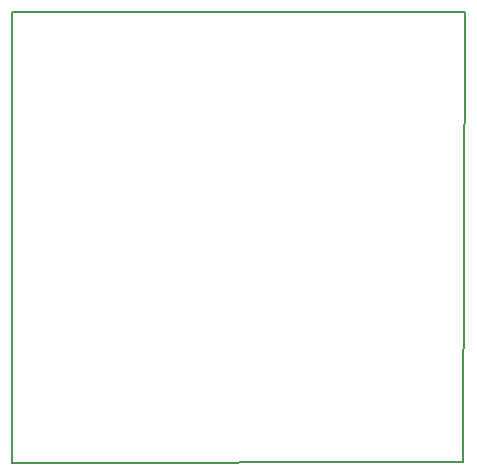
<source format=gbr>
G04 #@! TF.GenerationSoftware,KiCad,Pcbnew,6.0.5-a6ca702e91~116~ubuntu20.04.1*
G04 #@! TF.CreationDate,2022-06-20T16:09:36+05:30*
G04 #@! TF.ProjectId,BackEnd_HeavyDevice_v6,4261636b-456e-4645-9f48-656176794465,rev?*
G04 #@! TF.SameCoordinates,Original*
G04 #@! TF.FileFunction,Other,User*
%FSLAX46Y46*%
G04 Gerber Fmt 4.6, Leading zero omitted, Abs format (unit mm)*
G04 Created by KiCad (PCBNEW 6.0.5-a6ca702e91~116~ubuntu20.04.1) date 2022-06-20 16:09:36*
%MOMM*%
%LPD*%
G01*
G04 APERTURE LIST*
%ADD10C,0.150000*%
G04 APERTURE END LIST*
D10*
X150853140Y-135125400D02*
X150990300Y-97066100D01*
X112686240Y-97000060D02*
X112700000Y-135200000D01*
X150990300Y-97066100D02*
X112686240Y-97000060D01*
X112700000Y-135200000D02*
X150853140Y-135125400D01*
M02*

</source>
